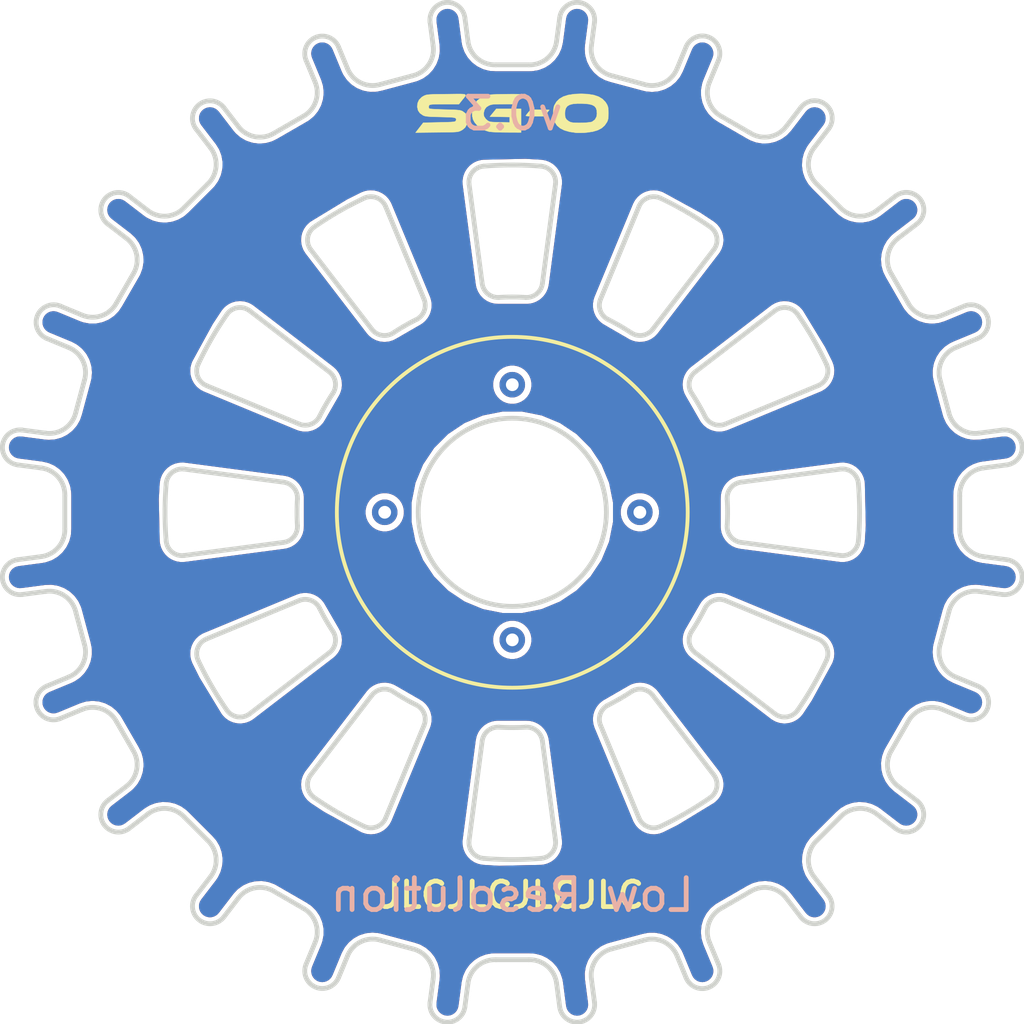
<source format=kicad_pcb>
(kicad_pcb (version 20171130) (host pcbnew "(5.1.5)-3")
  (title_block (title MiniFeedDriveWheel) (date 2021-02-19) (rev v0.3) (company SG-O) (comment 1 "©CC BY 4.0"))
  (layers (0 F.Cu signal) (31 B.Cu signal) (34 B.Paste user) (35 F.Paste user) (36 B.SilkS user) (37 F.SilkS user) (38 B.Mask user) (39 F.Mask user) (44 Edge.Cuts user))
  (net 0 "")
  (module global:Logo_SG-O_mini (layer F.Cu) (at 100 87.5)
    (fp_text reference G*** hide)
    (fp_text value LOGO hide)
    (fp_poly (pts (xy 0.871971 -0.122481) (xy 1.161858 -0.116417) (xy 1.084282 -0.015875) (xy 1.006705 0.084666) (xy 0.715019 0.084666) (xy 0.609482 0.083584) (xy 0.521049 0.080614) (xy 0.457332 0.076172) (xy 0.425941 0.070672) (xy 0.423964 0.068791) (xy 0.437161 0.045318) (xy 0.470566 0.001326) (xy 0.503339 -0.037814) (xy 0.582083 -0.128545) (xy 0.871971 -0.122481)) (layer F.SilkS) (width 0.01))
    (fp_poly (pts (xy 0.156965 -0.610025) (xy 0.236543 -0.607427) (xy 0.283284 -0.603569) (xy 0.29353 -0.599831) (xy 0.27798 -0.575357) (xy 0.243426 -0.526326) (xy 0.196401 -0.461944) (xy 0.179916 -0.439777) (xy 0.074083 -0.298073) (xy -0.284359 -0.297203) (xy -0.418863 -0.296401) (xy -0.518745 -0.294215) (xy -0.591714 -0.289857) (xy -0.645477 -0.282536) (xy -0.687742 -0.271464) (xy -0.726217 -0.255851) (xy -0.736728 -0.250865) (xy -0.807416 -0.206811) (xy -0.854049 -0.148097) (xy -0.872809 -0.110101) (xy -0.899989 -0.006989) (xy -0.88602 0.086203) (xy -0.830956 0.16927) (xy -0.789506 0.205818) (xy -0.758075 0.228592) (xy -0.727948 0.244751) (xy -0.691153 0.255634) (xy -0.639717 0.262578) (xy -0.565668 0.266921) (xy -0.461035 0.27) (xy -0.398606 0.271399) (xy -0.084667 0.278216) (xy -0.084667 0.106965) (xy -0.393978 0.101107) (xy -0.703288 0.09525) (xy -0.603052 -0.026459) (xy -0.502816 -0.148167) (xy 0.275166 -0.148167) (xy 0.275166 0.592666) (xy -0.174625 0.590892) (xy -0.33976 0.588914) (xy -0.486531 0.584548) (xy -0.608476 0.57811) (xy -0.699135 0.569916) (xy -0.740834 0.563234) (xy -0.902642 0.510317) (xy -1.036716 0.428447) (xy -1.103627 0.366918) (xy -1.181835 0.274032) (xy -1.229575 0.186175) (xy -1.253175 0.087547) (xy -1.258997 -0.021167) (xy -1.256759 -0.111861) (xy -1.246971 -0.177103) (xy -1.225889 -0.233602) (xy -1.20123 -0.278901) (xy -1.102567 -0.40577) (xy -0.972361 -0.504449) (xy -0.867834 -0.554621) (xy -0.827938 -0.569049) (xy -0.78654 -0.580304) (xy -0.737534 -0.588905) (xy -0.674814 -0.595373) (xy -0.592274 -0.600225) (xy -0.483808 -0.603982) (xy -0.343312 -0.607162) (xy -0.225053 -0.609283) (xy -0.079207 -0.611051) (xy 0.049924 -0.611265) (xy 0.156965 -0.610025)) (layer F.SilkS) (width 0.01))
    (fp_poly (pts (xy -1.617913 -0.614625) (xy -1.540186 -0.611053) (xy -1.49114 -0.602728) (xy -1.467365 -0.588287) (xy -1.465449 -0.566364) (xy -1.48198 -0.535596) (xy -1.513548 -0.494619) (xy -1.556741 -0.442069) (xy -1.57608 -0.418042) (xy -1.672786 -0.296334) (xy -2.123327 -0.296334) (xy -2.290558 -0.295487) (xy -2.418538 -0.292837) (xy -2.510314 -0.288221) (xy -2.568935 -0.281477) (xy -2.597451 -0.272443) (xy -2.599267 -0.270934) (xy -2.622187 -0.226071) (xy -2.617721 -0.178586) (xy -2.598209 -0.154708) (xy -2.570068 -0.14924) (xy -2.506105 -0.143514) (xy -2.412826 -0.137897) (xy -2.29674 -0.132754) (xy -2.164351 -0.128453) (xy -2.106084 -0.127) (xy -1.950918 -0.123135) (xy -1.831879 -0.119098) (xy -1.742765 -0.114281) (xy -1.677372 -0.108071) (xy -1.629496 -0.099859) (xy -1.592935 -0.089033) (xy -1.561485 -0.074983) (xy -1.55769 -0.073015) (xy -1.470079 -0.006944) (xy -1.418546 0.080844) (xy -1.402646 0.191226) (xy -1.404713 0.228413) (xy -1.428916 0.347449) (xy -1.479263 0.437715) (xy -1.560912 0.507208) (xy -1.598111 0.528243) (xy -1.627957 0.543234) (xy -1.656234 0.555197) (xy -1.687989 0.564533) (xy -1.728267 0.571641) (xy -1.782116 0.576922) (xy -1.854583 0.580774) (xy -1.950714 0.583599) (xy -2.075557 0.585795) (xy -2.234157 0.587763) (xy -2.367711 0.589215) (xy -3.032744 0.596348) (xy -2.912106 0.441049) (xy -2.791469 0.28575) (xy -2.292307 0.275166) (xy -2.13269 0.271508) (xy -2.010223 0.267846) (xy -1.919726 0.26371) (xy -1.856017 0.258626) (xy -1.813916 0.252124) (xy -1.788243 0.243729) (xy -1.773816 0.232971) (xy -1.769806 0.227541) (xy -1.757794 0.181942) (xy -1.769779 0.153458) (xy -1.781425 0.141131) (xy -1.80249 0.131544) (xy -1.838361 0.12417) (xy -1.894424 0.118482) (xy -1.976065 0.113954) (xy -2.08867 0.110058) (xy -2.237627 0.106267) (xy -2.256505 0.105833) (xy -2.411154 0.101965) (xy -2.529709 0.09793) (xy -2.618406 0.093108) (xy -2.683483 0.08688) (xy -2.731175 0.078624) (xy -2.76772 0.067722) (xy -2.799354 0.053553) (xy -2.803384 0.051464) (xy -2.896405 -0.014094) (xy -2.953118 -0.097067) (xy -2.978215 -0.204332) (xy -2.978257 -0.204799) (xy -2.969786 -0.326259) (xy -2.923132 -0.431054) (xy -2.840456 -0.515349) (xy -2.784033 -0.549762) (xy -2.752896 -0.565123) (xy -2.723274 -0.577282) (xy -2.689884 -0.58668) (xy -2.647439 -0.593758) (xy -2.590656 -0.598957) (xy -2.51425 -0.602719) (xy -2.412935 -0.605486) (xy -2.281427 -0.607699) (xy -2.114441 -0.609798) (xy -2.057301 -0.610465) (xy -1.87306 -0.612967) (xy -1.727734 -0.614808) (xy -1.617913 -0.614625)) (layer F.SilkS) (width 0.01))
    (fp_poly (pts (xy 2.376621 -0.611027) (xy 2.559146 -0.581161) (xy 2.709305 -0.530038) (xy 2.82983 -0.456526) (xy 2.923454 -0.359499) (xy 2.969875 -0.28575) (xy 2.993244 -0.232542) (xy 3.00712 -0.172795) (xy 3.013601 -0.093679) (xy 3.014873 -0.010584) (xy 3.012691 0.092455) (xy 3.004745 0.166149) (xy 2.988937 0.223331) (xy 2.969875 0.264583) (xy 2.896395 0.372011) (xy 2.800268 0.45677) (xy 2.677662 0.520628) (xy 2.524747 0.565352) (xy 2.337692 0.592709) (xy 2.243666 0.599696) (xy 2.151849 0.60313) (xy 2.064222 0.603479) (xy 2.00025 0.6007) (xy 1.79778 0.571353) (xy 1.6319 0.524197) (xy 1.500243 0.457988) (xy 1.40044 0.371478) (xy 1.330123 0.263422) (xy 1.321182 0.243416) (xy 1.29912 0.162356) (xy 1.287045 0.05753) (xy 1.28588 -0.010584) (xy 1.651 -0.010584) (xy 1.653956 0.070658) (xy 1.665628 0.125443) (xy 1.690219 0.169408) (xy 1.704056 0.186806) (xy 1.761908 0.235939) (xy 1.830995 0.270334) (xy 1.836348 0.27193) (xy 1.900649 0.282697) (xy 1.992044 0.288887) (xy 2.099928 0.290793) (xy 2.213698 0.288704) (xy 2.322748 0.282911) (xy 2.416474 0.273707) (xy 2.484274 0.261381) (xy 2.506346 0.253542) (xy 2.590432 0.189642) (xy 2.640084 0.101273) (xy 2.654859 0.005825) (xy 2.648434 -0.097911) (xy 2.622689 -0.177237) (xy 2.573328 -0.235263) (xy 2.496054 -0.2751) (xy 2.386568 -0.299856) (xy 2.240575 -0.312643) (xy 2.213229 -0.313797) (xy 2.039134 -0.315154) (xy 1.902296 -0.303432) (xy 1.799131 -0.276699) (xy 1.726056 -0.233022) (xy 1.679489 -0.170469) (xy 1.655845 -0.087108) (xy 1.651 -0.010584) (xy 1.28588 -0.010584) (xy 1.285111 -0.055499) (xy 1.293471 -0.161168) (xy 1.312279 -0.243915) (xy 1.316273 -0.254) (xy 1.38411 -0.370717) (xy 1.47797 -0.463787) (xy 1.600283 -0.53427) (xy 1.753477 -0.583221) (xy 1.939983 -0.611698) (xy 2.159 -0.620762) (xy 2.376621 -0.611027)) (layer F.SilkS) (width 0.01))
  )
  (gr_text "Low Resolution" (at 100 112) (layer B.SilkS) (effects (font (size 1 1)) (justify mirror)))
  (gr_text v0.3 (at 100 87.5) (layer B.SilkS) (effects (font (size 1 1)) (justify mirror)))
  (gr_circle (center 100 100) (end 102.95 100) (layer Edge.Cuts) (width 0.15))
  (gr_arc (start 94.079849 108.53663) (end 93.683173 108.23225) (angle -92.758703) (layer Edge.Cuts) (width 0.15))
  (gr_arc (start 100 100) (end 93.794913 108.947497) (angle -9.482593993) (layer Edge.Cuts) (width 0.15))
  (gr_arc (start 95.567137 109.395316) (end 95.353784 109.847511) (angle -92.758703) (layer Edge.Cuts) (width 0.15))
  (gr_line (start 97.232151 106.682178) (end 96.029077 109.586658) (layer Edge.Cuts) (width 0.15))
  (gr_arc (start 96.770212 106.490836) (end 97.232151 106.682178) (angle -86.04542788) (layer Edge.Cuts) (width 0.15))
  (gr_arc (start 100 100) (end 96.269964 105.625773) (angle -7.090855756) (layer Edge.Cuts) (width 0.15))
  (gr_arc (start 95.993665 106.042497) (end 96.269964 105.625773) (angle -86.04542788) (layer Edge.Cuts) (width 0.15))
  (gr_line (start 93.683173 108.23225) (end 95.596989 105.738116) (layer Edge.Cuts) (width 0.15))
  (gr_arc (start 100.858685 110.353014) (end 100.900014 110.851303) (angle -92.758703) (layer Edge.Cuts) (width 0.15))
  (gr_line (start 100.944061 107.17086) (end 101.354408 110.287751) (layer Edge.Cuts) (width 0.15))
  (gr_arc (start 100.448339 107.236124) (end 100.944061 107.17086) (angle -86.04542788) (layer Edge.Cuts) (width 0.15))
  (gr_arc (start 100 100) (end 99.582581 106.737081) (angle -7.090855756) (layer Edge.Cuts) (width 0.15))
  (gr_arc (start 99.551661 107.236124) (end 99.582581 106.737081) (angle -86.04542788) (layer Edge.Cuts) (width 0.15))
  (gr_line (start 98.645592 110.287751) (end 99.055939 107.17086) (layer Edge.Cuts) (width 0.15))
  (gr_arc (start 99.141315 110.353014) (end 98.645592 110.287751) (angle -92.758703) (layer Edge.Cuts) (width 0.15))
  (gr_arc (start 100 100) (end 99.099986 110.851303) (angle -9.482593993) (layer Edge.Cuts) (width 0.15))
  (gr_arc (start 99.141315 89.646986) (end 99.099986 89.148697) (angle -92.758703) (layer Edge.Cuts) (width 0.15))
  (gr_line (start 99.055939 92.82914) (end 98.645592 89.712249) (layer Edge.Cuts) (width 0.15))
  (gr_arc (start 99.551661 92.763876) (end 99.055939 92.82914) (angle -86.04542788) (layer Edge.Cuts) (width 0.15))
  (gr_arc (start 100 100) (end 100.417419 93.262919) (angle -7.090855756) (layer Edge.Cuts) (width 0.15))
  (gr_arc (start 100.448339 92.763876) (end 100.417419 93.262919) (angle -86.04542788) (layer Edge.Cuts) (width 0.15))
  (gr_line (start 101.354408 89.712249) (end 100.944061 92.82914) (layer Edge.Cuts) (width 0.15))
  (gr_arc (start 100.858685 89.646986) (end 101.354408 89.712249) (angle -92.758703) (layer Edge.Cuts) (width 0.15))
  (gr_arc (start 100 100) (end 100.900014 89.148697) (angle -9.482593993) (layer Edge.Cuts) (width 0.15))
  (gr_arc (start 107.236124 100.448339) (end 106.737081 100.417419) (angle -86.04542788) (layer Edge.Cuts) (width 0.15))
  (gr_line (start 110.287751 101.354408) (end 107.17086 100.944061) (layer Edge.Cuts) (width 0.15))
  (gr_arc (start 110.353014 100.858685) (end 110.287751 101.354408) (angle -92.758703) (layer Edge.Cuts) (width 0.15))
  (gr_arc (start 100 100) (end 110.851303 100.900014) (angle -9.482593993) (layer Edge.Cuts) (width 0.15))
  (gr_arc (start 110.353014 99.141315) (end 110.851303 99.099986) (angle -92.758703) (layer Edge.Cuts) (width 0.15))
  (gr_line (start 107.17086 99.055939) (end 110.287751 98.645592) (layer Edge.Cuts) (width 0.15))
  (gr_arc (start 107.236124 99.551661) (end 107.17086 99.055939) (angle -86.04542788) (layer Edge.Cuts) (width 0.15))
  (gr_arc (start 100 100) (end 106.737081 100.417419) (angle -7.090855756) (layer Edge.Cuts) (width 0.15))
  (gr_arc (start 108.53663 94.079849) (end 108.947497 93.794913) (angle -92.758703) (layer Edge.Cuts) (width 0.15))
  (gr_line (start 105.738116 95.596989) (end 108.23225 93.683173) (layer Edge.Cuts) (width 0.15))
  (gr_arc (start 106.042497 95.993665) (end 105.738116 95.596989) (angle -86.04542788) (layer Edge.Cuts) (width 0.15))
  (gr_arc (start 100 100) (end 106.043193 96.992956) (angle -7.090855756) (layer Edge.Cuts) (width 0.15))
  (gr_arc (start 106.490836 96.770212) (end 106.043193 96.992956) (angle -86.04542788) (layer Edge.Cuts) (width 0.15))
  (gr_line (start 109.586658 96.029077) (end 106.682178 97.232151) (layer Edge.Cuts) (width 0.15))
  (gr_arc (start 109.395316 95.567137) (end 109.586658 96.029077) (angle -92.758703) (layer Edge.Cuts) (width 0.15))
  (gr_arc (start 100 100) (end 109.847511 95.353784) (angle -9.482593993) (layer Edge.Cuts) (width 0.15))
  (gr_arc (start 93.509164 96.770212) (end 93.317822 97.232151) (angle -86.04542788) (layer Edge.Cuts) (width 0.15))
  (gr_arc (start 100 100) (end 94.374227 96.269964) (angle -7.090855756) (layer Edge.Cuts) (width 0.15))
  (gr_arc (start 93.957503 95.993665) (end 94.374227 96.269964) (angle -86.04542788) (layer Edge.Cuts) (width 0.15))
  (gr_line (start 91.76775 93.683173) (end 94.261884 95.596989) (layer Edge.Cuts) (width 0.15))
  (gr_arc (start 91.46337 94.079849) (end 91.76775 93.683173) (angle -92.758703) (layer Edge.Cuts) (width 0.15))
  (gr_arc (start 100 100) (end 91.052503 93.794913) (angle -9.482593993) (layer Edge.Cuts) (width 0.15))
  (gr_arc (start 90.604684 95.567137) (end 90.152489 95.353784) (angle -92.758703) (layer Edge.Cuts) (width 0.15))
  (gr_line (start 93.317822 97.232151) (end 90.413342 96.029077) (layer Edge.Cuts) (width 0.15))
  (gr_arc (start 94.079849 91.46337) (end 93.794913 91.052503) (angle -92.758703) (layer Edge.Cuts) (width 0.15))
  (gr_line (start 95.596989 94.261884) (end 93.683173 91.76775) (layer Edge.Cuts) (width 0.15))
  (gr_arc (start 95.993665 93.957503) (end 95.596989 94.261884) (angle -86.04542788) (layer Edge.Cuts) (width 0.15))
  (gr_arc (start 100 100) (end 96.992956 93.956807) (angle -7.090855756) (layer Edge.Cuts) (width 0.15))
  (gr_arc (start 96.770212 93.509164) (end 96.992956 93.956807) (angle -86.04542788) (layer Edge.Cuts) (width 0.15))
  (gr_line (start 96.029077 90.413342) (end 97.232151 93.317822) (layer Edge.Cuts) (width 0.15))
  (gr_arc (start 95.567137 90.604684) (end 96.029077 90.413342) (angle -92.758703) (layer Edge.Cuts) (width 0.15))
  (gr_arc (start 100 100) (end 95.353784 90.152489) (angle -9.482593993) (layer Edge.Cuts) (width 0.15))
  (gr_arc (start 104.432863 90.604684) (end 104.646216 90.152489) (angle -92.758703) (layer Edge.Cuts) (width 0.15))
  (gr_line (start 102.767849 93.317822) (end 103.970923 90.413342) (layer Edge.Cuts) (width 0.15))
  (gr_arc (start 103.229788 93.509164) (end 102.767849 93.317822) (angle -86.04542788) (layer Edge.Cuts) (width 0.15))
  (gr_arc (start 100 100) (end 103.730036 94.374227) (angle -7.090855756) (layer Edge.Cuts) (width 0.15))
  (gr_arc (start 104.006335 93.957503) (end 103.730036 94.374227) (angle -86.04542788) (layer Edge.Cuts) (width 0.15))
  (gr_line (start 106.316827 91.76775) (end 104.403011 94.261884) (layer Edge.Cuts) (width 0.15))
  (gr_arc (start 105.920151 91.46337) (end 106.316827 91.76775) (angle -92.758703) (layer Edge.Cuts) (width 0.15))
  (gr_arc (start 100 100) (end 106.205087 91.052503) (angle -9.482593993) (layer Edge.Cuts) (width 0.15))
  (gr_arc (start 91.46337 105.920151) (end 91.052503 106.205087) (angle -92.758703) (layer Edge.Cuts) (width 0.15))
  (gr_line (start 94.261884 104.403011) (end 91.76775 106.316827) (layer Edge.Cuts) (width 0.15))
  (gr_arc (start 93.957503 104.006335) (end 94.261884 104.403011) (angle -86.04542788) (layer Edge.Cuts) (width 0.15))
  (gr_arc (start 100 100) (end 93.956807 103.007044) (angle -7.090855756) (layer Edge.Cuts) (width 0.15))
  (gr_arc (start 93.509164 103.229788) (end 93.956807 103.007044) (angle -86.04542788) (layer Edge.Cuts) (width 0.15))
  (gr_line (start 90.413342 103.970923) (end 93.317822 102.767849) (layer Edge.Cuts) (width 0.15))
  (gr_arc (start 90.604684 104.432863) (end 90.413342 103.970923) (angle -92.758703) (layer Edge.Cuts) (width 0.15))
  (gr_arc (start 100 100) (end 90.152489 104.646216) (angle -9.482593993) (layer Edge.Cuts) (width 0.15))
  (gr_arc (start 92.763876 100.448339) (end 92.82914 100.944061) (angle -86.04542788) (layer Edge.Cuts) (width 0.15))
  (gr_arc (start 100 100) (end 93.262919 99.582581) (angle -7.090855756) (layer Edge.Cuts) (width 0.15))
  (gr_arc (start 92.763876 99.551661) (end 93.262919 99.582581) (angle -86.04542788) (layer Edge.Cuts) (width 0.15))
  (gr_line (start 89.712249 98.645592) (end 92.82914 99.055939) (layer Edge.Cuts) (width 0.15))
  (gr_arc (start 89.646986 99.141315) (end 89.712249 98.645592) (angle -92.758703) (layer Edge.Cuts) (width 0.15))
  (gr_arc (start 100 100) (end 89.148697 99.099986) (angle -9.482593993) (layer Edge.Cuts) (width 0.15))
  (gr_arc (start 89.646986 100.858685) (end 89.148697 100.900014) (angle -92.758703) (layer Edge.Cuts) (width 0.15))
  (gr_line (start 92.82914 100.944061) (end 89.712249 101.354408) (layer Edge.Cuts) (width 0.15))
  (gr_arc (start 105.920151 108.53663) (end 106.205087 108.947497) (angle -92.758703) (layer Edge.Cuts) (width 0.15))
  (gr_line (start 104.403011 105.738116) (end 106.316827 108.23225) (layer Edge.Cuts) (width 0.15))
  (gr_arc (start 104.006335 106.042497) (end 104.403011 105.738116) (angle -86.04542788) (layer Edge.Cuts) (width 0.15))
  (gr_arc (start 100 100) (end 103.007044 106.043193) (angle -7.090855756) (layer Edge.Cuts) (width 0.15))
  (gr_arc (start 103.229788 106.490836) (end 103.007044 106.043193) (angle -86.04542788) (layer Edge.Cuts) (width 0.15))
  (gr_line (start 103.970923 109.586658) (end 102.767849 106.682178) (layer Edge.Cuts) (width 0.15))
  (gr_arc (start 104.432863 109.395316) (end 103.970923 109.586658) (angle -92.758703) (layer Edge.Cuts) (width 0.15))
  (gr_arc (start 100 100) (end 104.646216 109.847511) (angle -9.482593993) (layer Edge.Cuts) (width 0.15))
  (gr_arc (start 106.042497 104.006335) (end 105.625773 103.730036) (angle -86.04542788) (layer Edge.Cuts) (width 0.15))
  (gr_line (start 108.23225 106.316827) (end 105.738116 104.403011) (layer Edge.Cuts) (width 0.15))
  (gr_arc (start 108.53663 105.920151) (end 108.23225 106.316827) (angle -92.758703) (layer Edge.Cuts) (width 0.15))
  (gr_arc (start 100 100) (end 108.947497 106.205087) (angle -9.482593993) (layer Edge.Cuts) (width 0.15))
  (gr_arc (start 109.395316 104.432863) (end 109.847511 104.646216) (angle -92.758703) (layer Edge.Cuts) (width 0.15))
  (gr_line (start 106.682178 102.767849) (end 109.586658 103.970923) (layer Edge.Cuts) (width 0.15))
  (gr_arc (start 106.490836 103.229788) (end 106.682178 102.767849) (angle -86.04542788) (layer Edge.Cuts) (width 0.15))
  (gr_arc (start 100 100) (end 105.625773 103.730036) (angle -7.090855756) (layer Edge.Cuts) (width 0.15))
  (gr_line (start 114.174328 93.533486) (end 113.483816 93.819505) (layer Edge.Cuts) (width 0.15))
  (gr_arc (start 114.384804 94.041619) (end 114.59528 94.549753) (angle -180) (layer Edge.Cuts) (width 0.15))
  (gr_line (start 113.904768 94.835773) (end 114.59528 94.549753) (layer Edge.Cuts) (width 0.15))
  (gr_arc (start 114.230049 95.62107) (end 113.904768 94.835773) (angle -84.60439738) (layer Edge.Cuts) (width 0.15))
  (gr_line (start 113.684487 96.86694) (end 113.417644 95.871067) (layer Edge.Cuts) (width 0.15))
  (gr_arc (start 114.513049 96.677241) (end 113.684487 96.86694) (angle -84.60439738) (layer Edge.Cuts) (width 0.15))
  (gr_line (start 115.365007 97.422413) (end 114.623996 97.519969) (layer Edge.Cuts) (width 0.15))
  (gr_arc (start 115.436796 97.967708) (end 115.508585 98.513002) (angle -180) (layer Edge.Cuts) (width 0.15))
  (gr_line (start 114.767575 98.610558) (end 115.508585 98.513002) (layer Edge.Cuts) (width 0.15))
  (gr_arc (start 114.878522 99.453286) (end 114.767575 98.610558) (angle -84.60439738) (layer Edge.Cuts) (width 0.15))
  (gr_line (start 114.029095 100.515501) (end 114.029095 99.484499) (layer Edge.Cuts) (width 0.15))
  (gr_arc (start 114.878522 100.546714) (end 114.029095 100.515501) (angle -84.60439738) (layer Edge.Cuts) (width 0.15))
  (gr_line (start 115.508585 101.486998) (end 114.767575 101.389442) (layer Edge.Cuts) (width 0.15))
  (gr_arc (start 115.436796 102.032292) (end 115.365007 102.577587) (angle -180) (layer Edge.Cuts) (width 0.15))
  (gr_line (start 114.623996 102.480031) (end 115.365007 102.577587) (layer Edge.Cuts) (width 0.15))
  (gr_arc (start 114.513049 103.322759) (end 114.623996 102.480031) (angle -84.60439738) (layer Edge.Cuts) (width 0.15))
  (gr_line (start 113.417644 104.128933) (end 113.684487 103.13306) (layer Edge.Cuts) (width 0.15))
  (gr_arc (start 114.230049 104.37893) (end 113.417644 104.128933) (angle -84.60439738) (layer Edge.Cuts) (width 0.15))
  (gr_line (start 114.59528 105.450247) (end 113.904768 105.164227) (layer Edge.Cuts) (width 0.15))
  (gr_arc (start 114.384804 105.958381) (end 114.174328 106.466514) (angle -180) (layer Edge.Cuts) (width 0.15))
  (gr_line (start 113.483816 106.180495) (end 114.174328 106.466514) (layer Edge.Cuts) (width 0.15))
  (gr_arc (start 113.158535 106.965792) (end 113.483816 106.180495) (angle -84.60439738) (layer Edge.Cuts) (width 0.15))
  (gr_line (start 111.891802 107.460985) (end 112.407304 106.56811) (layer Edge.Cuts) (width 0.15))
  (gr_arc (start 112.611821 107.912729) (end 111.891802 107.460985) (angle -84.60439738) (layer Edge.Cuts) (width 0.15))
  (gr_line (start 112.68733 109.042071) (end 112.094374 108.587079) (layer Edge.Cuts) (width 0.15))
  (gr_arc (start 112.352511 109.478415) (end 112.017692 109.914759) (angle -180) (layer Edge.Cuts) (width 0.15))
  (gr_line (start 111.424736 109.459768) (end 112.017692 109.914759) (layer Edge.Cuts) (width 0.15))
  (gr_arc (start 110.907289 110.134118) (end 111.424736 109.459768) (angle -84.60439738) (layer Edge.Cuts) (width 0.15))
  (gr_line (start 109.555553 110.284583) (end 110.284583 109.555553) (layer Edge.Cuts) (width 0.15))
  (gr_arc (start 110.134118 110.907289) (end 109.555553 110.284583) (angle -84.60439738) (layer Edge.Cuts) (width 0.15))
  (gr_line (start 109.914759 112.017692) (end 109.459768 111.424736) (layer Edge.Cuts) (width 0.15))
  (gr_arc (start 109.478415 112.352511) (end 109.042071 112.68733) (angle -180) (layer Edge.Cuts) (width 0.15))
  (gr_line (start 108.587079 112.094374) (end 109.042071 112.68733) (layer Edge.Cuts) (width 0.15))
  (gr_arc (start 107.912729 112.611821) (end 108.587079 112.094374) (angle -84.60439738) (layer Edge.Cuts) (width 0.15))
  (gr_line (start 106.56811 112.407304) (end 107.460985 111.891802) (layer Edge.Cuts) (width 0.15))
  (gr_arc (start 106.965792 113.158535) (end 106.56811 112.407304) (angle -84.60439738) (layer Edge.Cuts) (width 0.15))
  (gr_line (start 106.466514 114.174328) (end 106.180495 113.483816) (layer Edge.Cuts) (width 0.15))
  (gr_arc (start 105.958381 114.384804) (end 105.450247 114.59528) (angle -180) (layer Edge.Cuts) (width 0.15))
  (gr_line (start 105.164227 113.904768) (end 105.450247 114.59528) (layer Edge.Cuts) (width 0.15))
  (gr_arc (start 104.37893 114.230049) (end 105.164227 113.904768) (angle -84.60439738) (layer Edge.Cuts) (width 0.15))
  (gr_line (start 103.13306 113.684487) (end 104.128933 113.417644) (layer Edge.Cuts) (width 0.15))
  (gr_arc (start 103.322759 114.513049) (end 103.13306 113.684487) (angle -84.60439738) (layer Edge.Cuts) (width 0.15))
  (gr_line (start 102.577587 115.365007) (end 102.480031 114.623996) (layer Edge.Cuts) (width 0.15))
  (gr_arc (start 102.032292 115.436796) (end 101.486998 115.508585) (angle -180) (layer Edge.Cuts) (width 0.15))
  (gr_line (start 101.389442 114.767575) (end 101.486998 115.508585) (layer Edge.Cuts) (width 0.15))
  (gr_arc (start 100.546714 114.878522) (end 101.389442 114.767575) (angle -84.60439738) (layer Edge.Cuts) (width 0.15))
  (gr_line (start 99.484499 114.029095) (end 100.515501 114.029095) (layer Edge.Cuts) (width 0.15))
  (gr_arc (start 99.453286 114.878522) (end 99.484499 114.029095) (angle -84.60439738) (layer Edge.Cuts) (width 0.15))
  (gr_line (start 98.513002 115.508585) (end 98.610558 114.767575) (layer Edge.Cuts) (width 0.15))
  (gr_arc (start 97.967708 115.436796) (end 97.422413 115.365007) (angle -179.9999991) (layer Edge.Cuts) (width 0.15))
  (gr_line (start 97.519969 114.623996) (end 97.422413 115.365007) (layer Edge.Cuts) (width 0.15))
  (gr_arc (start 96.677241 114.513049) (end 97.519969 114.623996) (angle -84.60439738) (layer Edge.Cuts) (width 0.15))
  (gr_line (start 95.871067 113.417644) (end 96.86694 113.684487) (layer Edge.Cuts) (width 0.15))
  (gr_arc (start 95.62107 114.230049) (end 95.871067 113.417644) (angle -84.60439738) (layer Edge.Cuts) (width 0.15))
  (gr_line (start 94.549753 114.59528) (end 94.835773 113.904768) (layer Edge.Cuts) (width 0.15))
  (gr_arc (start 94.041619 114.384804) (end 93.533486 114.174328) (angle -180) (layer Edge.Cuts) (width 0.15))
  (gr_line (start 93.819505 113.483816) (end 93.533486 114.174328) (layer Edge.Cuts) (width 0.15))
  (gr_arc (start 93.034208 113.158535) (end 93.819505 113.483816) (angle -84.60439738) (layer Edge.Cuts) (width 0.15))
  (gr_line (start 92.539015 111.891802) (end 93.43189 112.407304) (layer Edge.Cuts) (width 0.15))
  (gr_arc (start 92.087271 112.611821) (end 92.539015 111.891802) (angle -84.60439738) (layer Edge.Cuts) (width 0.15))
  (gr_line (start 90.957929 112.68733) (end 91.412921 112.094374) (layer Edge.Cuts) (width 0.15))
  (gr_arc (start 90.521585 112.352511) (end 90.085241 112.017692) (angle -180) (layer Edge.Cuts) (width 0.15))
  (gr_line (start 90.540232 111.424736) (end 90.085241 112.017692) (layer Edge.Cuts) (width 0.15))
  (gr_arc (start 89.865882 110.907289) (end 90.540232 111.424736) (angle -84.60439738) (layer Edge.Cuts) (width 0.15))
  (gr_line (start 89.715417 109.555553) (end 90.444447 110.284583) (layer Edge.Cuts) (width 0.15))
  (gr_arc (start 89.092711 110.134118) (end 89.715417 109.555553) (angle -84.60439738) (layer Edge.Cuts) (width 0.15))
  (gr_line (start 87.982308 109.914759) (end 88.575264 109.459768) (layer Edge.Cuts) (width 0.15))
  (gr_arc (start 87.647489 109.478415) (end 87.31267 109.042071) (angle -180) (layer Edge.Cuts) (width 0.15))
  (gr_line (start 87.905626 108.587079) (end 87.31267 109.042071) (layer Edge.Cuts) (width 0.15))
  (gr_arc (start 87.388179 107.912729) (end 87.905626 108.587079) (angle -84.60439738) (layer Edge.Cuts) (width 0.15))
  (gr_line (start 87.592696 106.56811) (end 88.108198 107.460985) (layer Edge.Cuts) (width 0.15))
  (gr_arc (start 86.841465 106.965792) (end 87.592696 106.56811) (angle -84.60439738) (layer Edge.Cuts) (width 0.15))
  (gr_line (start 85.825672 106.466514) (end 86.516184 106.180495) (layer Edge.Cuts) (width 0.15))
  (gr_arc (start 85.615196 105.958381) (end 85.40472 105.450247) (angle -180) (layer Edge.Cuts) (width 0.15))
  (gr_line (start 86.095232 105.164227) (end 85.40472 105.450247) (layer Edge.Cuts) (width 0.15))
  (gr_arc (start 85.769951 104.37893) (end 86.095232 105.164227) (angle -84.60439738) (layer Edge.Cuts) (width 0.15))
  (gr_line (start 86.315513 103.13306) (end 86.582356 104.128933) (layer Edge.Cuts) (width 0.15))
  (gr_arc (start 85.486951 103.322759) (end 86.315513 103.13306) (angle -84.60439738) (layer Edge.Cuts) (width 0.15))
  (gr_line (start 84.634993 102.577587) (end 85.376004 102.480031) (layer Edge.Cuts) (width 0.15))
  (gr_arc (start 84.563204 102.032292) (end 84.491415 101.486998) (angle -180) (layer Edge.Cuts) (width 0.15))
  (gr_line (start 85.232425 101.389442) (end 84.491415 101.486998) (layer Edge.Cuts) (width 0.15))
  (gr_arc (start 85.121478 100.546714) (end 85.232425 101.389442) (angle -84.60439738) (layer Edge.Cuts) (width 0.15))
  (gr_line (start 85.970905 99.484499) (end 85.970905 100.515501) (layer Edge.Cuts) (width 0.15))
  (gr_arc (start 85.121478 99.453286) (end 85.970905 99.484499) (angle -84.60439738) (layer Edge.Cuts) (width 0.15))
  (gr_line (start 84.491415 98.513002) (end 85.232425 98.610558) (layer Edge.Cuts) (width 0.15))
  (gr_arc (start 84.563204 97.967708) (end 84.634993 97.422413) (angle -180.0000009) (layer Edge.Cuts) (width 0.15))
  (gr_line (start 85.376004 97.519969) (end 84.634993 97.422413) (layer Edge.Cuts) (width 0.15))
  (gr_arc (start 85.486951 96.677241) (end 85.376004 97.519969) (angle -84.60439738) (layer Edge.Cuts) (width 0.15))
  (gr_line (start 86.582356 95.871067) (end 86.315513 96.86694) (layer Edge.Cuts) (width 0.15))
  (gr_arc (start 85.769951 95.62107) (end 86.582356 95.871067) (angle -84.60439738) (layer Edge.Cuts) (width 0.15))
  (gr_line (start 85.40472 94.549753) (end 86.095232 94.835773) (layer Edge.Cuts) (width 0.15))
  (gr_arc (start 85.615196 94.041619) (end 85.825672 93.533486) (angle -180) (layer Edge.Cuts) (width 0.15))
  (gr_line (start 86.516184 93.819505) (end 85.825672 93.533486) (layer Edge.Cuts) (width 0.15))
  (gr_arc (start 86.841465 93.034208) (end 86.516184 93.819505) (angle -84.60439738) (layer Edge.Cuts) (width 0.15))
  (gr_line (start 88.108198 92.539015) (end 87.592696 93.43189) (layer Edge.Cuts) (width 0.15))
  (gr_arc (start 87.388179 92.087271) (end 88.108198 92.539015) (angle -84.60439738) (layer Edge.Cuts) (width 0.15))
  (gr_line (start 87.31267 90.957929) (end 87.905626 91.412921) (layer Edge.Cuts) (width 0.15))
  (gr_arc (start 87.647489 90.521585) (end 87.982308 90.085241) (angle -180) (layer Edge.Cuts) (width 0.15))
  (gr_line (start 88.575264 90.540232) (end 87.982308 90.085241) (layer Edge.Cuts) (width 0.15))
  (gr_arc (start 89.092711 89.865882) (end 88.575264 90.540232) (angle -84.60439738) (layer Edge.Cuts) (width 0.15))
  (gr_line (start 90.444447 89.715417) (end 89.715417 90.444447) (layer Edge.Cuts) (width 0.15))
  (gr_arc (start 89.865882 89.092711) (end 90.444447 89.715417) (angle -84.60439738) (layer Edge.Cuts) (width 0.15))
  (gr_line (start 90.085241 87.982308) (end 90.540232 88.575264) (layer Edge.Cuts) (width 0.15))
  (gr_arc (start 90.521585 87.647489) (end 90.957929 87.31267) (angle -180) (layer Edge.Cuts) (width 0.15))
  (gr_line (start 91.412921 87.905626) (end 90.957929 87.31267) (layer Edge.Cuts) (width 0.15))
  (gr_arc (start 92.087271 87.388179) (end 91.412921 87.905626) (angle -84.60439738) (layer Edge.Cuts) (width 0.15))
  (gr_line (start 93.43189 87.592696) (end 92.539015 88.108198) (layer Edge.Cuts) (width 0.15))
  (gr_arc (start 93.034208 86.841465) (end 93.43189 87.592696) (angle -84.60439738) (layer Edge.Cuts) (width 0.15))
  (gr_line (start 93.533486 85.825672) (end 93.819505 86.516184) (layer Edge.Cuts) (width 0.15))
  (gr_arc (start 94.041619 85.615196) (end 94.549753 85.40472) (angle -180) (layer Edge.Cuts) (width 0.15))
  (gr_line (start 94.835773 86.095232) (end 94.549753 85.40472) (layer Edge.Cuts) (width 0.15))
  (gr_arc (start 95.62107 85.769951) (end 94.835773 86.095232) (angle -84.60439738) (layer Edge.Cuts) (width 0.15))
  (gr_line (start 96.86694 86.315513) (end 95.871067 86.582356) (layer Edge.Cuts) (width 0.15))
  (gr_arc (start 96.677241 85.486951) (end 96.86694 86.315513) (angle -84.60439738) (layer Edge.Cuts) (width 0.15))
  (gr_line (start 97.422413 84.634993) (end 97.519969 85.376004) (layer Edge.Cuts) (width 0.15))
  (gr_arc (start 97.967708 84.563204) (end 98.513002 84.491415) (angle -180) (layer Edge.Cuts) (width 0.15))
  (gr_line (start 98.610558 85.232425) (end 98.513002 84.491415) (layer Edge.Cuts) (width 0.15))
  (gr_arc (start 99.453286 85.121478) (end 98.610558 85.232425) (angle -84.60439738) (layer Edge.Cuts) (width 0.15))
  (gr_line (start 100.515501 85.970905) (end 99.484499 85.970905) (layer Edge.Cuts) (width 0.15))
  (gr_arc (start 100.546714 85.121478) (end 100.515501 85.970905) (angle -84.60439738) (layer Edge.Cuts) (width 0.15))
  (gr_line (start 101.486998 84.491415) (end 101.389442 85.232425) (layer Edge.Cuts) (width 0.15))
  (gr_arc (start 102.032292 84.563204) (end 102.577587 84.634993) (angle -180) (layer Edge.Cuts) (width 0.15))
  (gr_line (start 102.480031 85.376004) (end 102.577587 84.634993) (layer Edge.Cuts) (width 0.15))
  (gr_arc (start 103.322759 85.486951) (end 102.480031 85.376004) (angle -84.60439738) (layer Edge.Cuts) (width 0.15))
  (gr_line (start 104.128933 86.582356) (end 103.13306 86.315513) (layer Edge.Cuts) (width 0.15))
  (gr_arc (start 104.37893 85.769951) (end 104.128933 86.582356) (angle -84.60439738) (layer Edge.Cuts) (width 0.15))
  (gr_line (start 105.450247 85.40472) (end 105.164227 86.095232) (layer Edge.Cuts) (width 0.15))
  (gr_arc (start 105.958381 85.615196) (end 106.466514 85.825672) (angle -180) (layer Edge.Cuts) (width 0.15))
  (gr_line (start 106.180495 86.516184) (end 106.466514 85.825672) (layer Edge.Cuts) (width 0.15))
  (gr_arc (start 106.965792 86.841465) (end 106.180495 86.516184) (angle -84.60439738) (layer Edge.Cuts) (width 0.15))
  (gr_line (start 107.460985 88.108198) (end 106.56811 87.592696) (layer Edge.Cuts) (width 0.15))
  (gr_arc (start 107.912729 87.388179) (end 107.460985 88.108198) (angle -84.60439738) (layer Edge.Cuts) (width 0.15))
  (gr_line (start 109.042071 87.31267) (end 108.587079 87.905626) (layer Edge.Cuts) (width 0.15))
  (gr_arc (start 109.478415 87.647489) (end 109.914759 87.982308) (angle -180) (layer Edge.Cuts) (width 0.15))
  (gr_line (start 109.459768 88.575264) (end 109.914759 87.982308) (layer Edge.Cuts) (width 0.15))
  (gr_arc (start 110.134118 89.092711) (end 109.459768 88.575264) (angle -84.60439738) (layer Edge.Cuts) (width 0.15))
  (gr_line (start 110.284583 90.444447) (end 109.555553 89.715417) (layer Edge.Cuts) (width 0.15))
  (gr_arc (start 110.907289 89.865882) (end 110.284583 90.444447) (angle -84.60439738) (layer Edge.Cuts) (width 0.15))
  (gr_line (start 112.017692 90.085241) (end 111.424736 90.540232) (layer Edge.Cuts) (width 0.15))
  (gr_arc (start 112.352511 90.521585) (end 112.68733 90.957929) (angle -180) (layer Edge.Cuts) (width 0.15))
  (gr_line (start 112.094374 91.412921) (end 112.68733 90.957929) (layer Edge.Cuts) (width 0.15))
  (gr_arc (start 112.611821 92.087271) (end 112.094374 91.412921) (angle -84.60439738) (layer Edge.Cuts) (width 0.15))
  (gr_line (start 112.407304 93.43189) (end 111.891802 92.539015) (layer Edge.Cuts) (width 0.15))
  (gr_arc (start 113.158535 93.034208) (end 112.407304 93.43189) (angle -84.60439738) (layer Edge.Cuts) (width 0.15))
  (gr_text JLCJLCJLCJLC (at 100 112) (layer F.SilkS) (effects (font (size 0.8 0.8))))
  (gr_circle (center 100 100) (end 94.5 100) (layer F.SilkS) (width 0.12))
  (via (at 96 100) (size 0.8) (drill 0.4) (layers F.Cu B.Cu) (net 0))
  (via (at 100 96) (size 0.8) (drill 0.4) (layers F.Cu B.Cu) (net 0))
  (via (at 100 104) (size 0.8) (drill 0.4) (layers F.Cu B.Cu) (net 0))
  (via (at 104 100) (size 0.8) (drill 0.4) (layers F.Cu B.Cu) (net 0))
  (zone (net 0) (net_name "") (layer F.Cu) (connect_pads (clearance 0.128)) (min_thickness 0.128) (fill yes (arc_segments 32) (thermal_gap 0.508) (thermal_bridge_width 0.508))
    (polygon (pts (xy 116 116) (xy 84 116) (xy 84 84) (xy 116 84)))
  )
  (zone (net 0) (net_name "") (layer B.Cu) (connect_pads (clearance 0.128)) (min_thickness 0.128) (fill yes (arc_segments 32) (thermal_gap 0.508) (thermal_bridge_width 0.508))
    (polygon (pts (xy 116 116) (xy 84 116) (xy 84 84) (xy 116 84)))
  )
)
</source>
